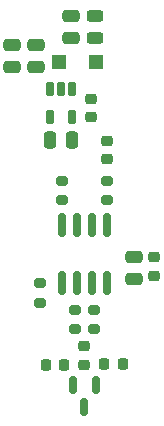
<source format=gbr>
%TF.GenerationSoftware,KiCad,Pcbnew,9.0.0*%
%TF.CreationDate,2025-05-07T16:38:21+03:00*%
%TF.ProjectId,Testing_USB-CAN,54657374-696e-4675-9f55-53422d43414e,rev?*%
%TF.SameCoordinates,Original*%
%TF.FileFunction,Paste,Bot*%
%TF.FilePolarity,Positive*%
%FSLAX46Y46*%
G04 Gerber Fmt 4.6, Leading zero omitted, Abs format (unit mm)*
G04 Created by KiCad (PCBNEW 9.0.0) date 2025-05-07 16:38:21*
%MOMM*%
%LPD*%
G01*
G04 APERTURE LIST*
G04 Aperture macros list*
%AMRoundRect*
0 Rectangle with rounded corners*
0 $1 Rounding radius*
0 $2 $3 $4 $5 $6 $7 $8 $9 X,Y pos of 4 corners*
0 Add a 4 corners polygon primitive as box body*
4,1,4,$2,$3,$4,$5,$6,$7,$8,$9,$2,$3,0*
0 Add four circle primitives for the rounded corners*
1,1,$1+$1,$2,$3*
1,1,$1+$1,$4,$5*
1,1,$1+$1,$6,$7*
1,1,$1+$1,$8,$9*
0 Add four rect primitives between the rounded corners*
20,1,$1+$1,$2,$3,$4,$5,0*
20,1,$1+$1,$4,$5,$6,$7,0*
20,1,$1+$1,$6,$7,$8,$9,0*
20,1,$1+$1,$8,$9,$2,$3,0*%
G04 Aperture macros list end*
%ADD10RoundRect,0.250000X-0.475000X0.250000X-0.475000X-0.250000X0.475000X-0.250000X0.475000X0.250000X0*%
%ADD11RoundRect,0.150000X-0.150000X0.587500X-0.150000X-0.587500X0.150000X-0.587500X0.150000X0.587500X0*%
%ADD12RoundRect,0.225000X0.225000X0.250000X-0.225000X0.250000X-0.225000X-0.250000X0.225000X-0.250000X0*%
%ADD13RoundRect,0.225000X0.250000X-0.225000X0.250000X0.225000X-0.250000X0.225000X-0.250000X-0.225000X0*%
%ADD14RoundRect,0.225000X-0.250000X0.225000X-0.250000X-0.225000X0.250000X-0.225000X0.250000X0.225000X0*%
%ADD15R,1.180000X1.170000*%
%ADD16RoundRect,0.250000X0.475000X-0.250000X0.475000X0.250000X-0.475000X0.250000X-0.475000X-0.250000X0*%
%ADD17RoundRect,0.243750X-0.456250X0.243750X-0.456250X-0.243750X0.456250X-0.243750X0.456250X0.243750X0*%
%ADD18RoundRect,0.200000X-0.275000X0.200000X-0.275000X-0.200000X0.275000X-0.200000X0.275000X0.200000X0*%
%ADD19RoundRect,0.040200X-0.294800X0.544800X-0.294800X-0.544800X0.294800X-0.544800X0.294800X0.544800X0*%
%ADD20RoundRect,0.225000X-0.225000X-0.250000X0.225000X-0.250000X0.225000X0.250000X-0.225000X0.250000X0*%
%ADD21RoundRect,0.200000X0.275000X-0.200000X0.275000X0.200000X-0.275000X0.200000X-0.275000X-0.200000X0*%
%ADD22RoundRect,0.250000X-0.250000X-0.475000X0.250000X-0.475000X0.250000X0.475000X-0.250000X0.475000X0*%
%ADD23RoundRect,0.150000X-0.150000X0.825000X-0.150000X-0.825000X0.150000X-0.825000X0.150000X0.825000X0*%
G04 APERTURE END LIST*
D10*
%TO.C,C27*%
X131130000Y-115250001D03*
X131130000Y-117149999D03*
%TD*%
%TO.C,C30*%
X125820000Y-94860001D03*
X125820000Y-96759999D03*
%TD*%
D11*
%TO.C,D1*%
X125970000Y-126102500D03*
X127870000Y-126102500D03*
X126920000Y-127977501D03*
%TD*%
D12*
%TO.C,C1*%
X125220000Y-124387500D03*
X123670000Y-124387500D03*
%TD*%
D13*
%TO.C,C65*%
X127520000Y-103435000D03*
X127520000Y-101885000D03*
%TD*%
D14*
%TO.C,C14*%
X126920000Y-122822500D03*
X126920000Y-124372500D03*
%TD*%
D15*
%TO.C,D4*%
X127920000Y-98740000D03*
X124740000Y-98740000D03*
%TD*%
D16*
%TO.C,C66*%
X122840000Y-99189999D03*
X122840000Y-97290001D03*
%TD*%
D17*
%TO.C,F1*%
X127810000Y-94852499D03*
X127810000Y-96727501D03*
%TD*%
D18*
%TO.C,R34*%
X123210000Y-117495000D03*
X123210000Y-119145000D03*
%TD*%
D19*
%TO.C,U7*%
X124020000Y-101010000D03*
X124960000Y-101010000D03*
X125900000Y-101010000D03*
X125900000Y-103450000D03*
X124020000Y-103450000D03*
%TD*%
D20*
%TO.C,C2*%
X128620000Y-124367500D03*
X130170000Y-124367500D03*
%TD*%
D21*
%TO.C,R35*%
X127710000Y-121392500D03*
X127710000Y-119742500D03*
%TD*%
D22*
%TO.C,C68*%
X123990001Y-105320000D03*
X125889999Y-105320000D03*
%TD*%
D14*
%TO.C,C20*%
X132850000Y-115285000D03*
X132850000Y-116835000D03*
%TD*%
D13*
%TO.C,C34*%
X128810000Y-107005000D03*
X128810000Y-105455000D03*
%TD*%
D23*
%TO.C,U9*%
X125010000Y-112542500D03*
X126280000Y-112542500D03*
X127550000Y-112542500D03*
X128820000Y-112542500D03*
X128820000Y-117492500D03*
X127550000Y-117492500D03*
X126280000Y-117492500D03*
X125010000Y-117492500D03*
%TD*%
D21*
%TO.C,R33*%
X128810000Y-110445000D03*
X128810000Y-108795000D03*
%TD*%
D16*
%TO.C,C67*%
X120840000Y-99189999D03*
X120840000Y-97290001D03*
%TD*%
D21*
%TO.C,R32*%
X125000000Y-110445000D03*
X125000000Y-108795000D03*
%TD*%
D18*
%TO.C,R3*%
X126120000Y-119742500D03*
X126120000Y-121392500D03*
%TD*%
M02*

</source>
